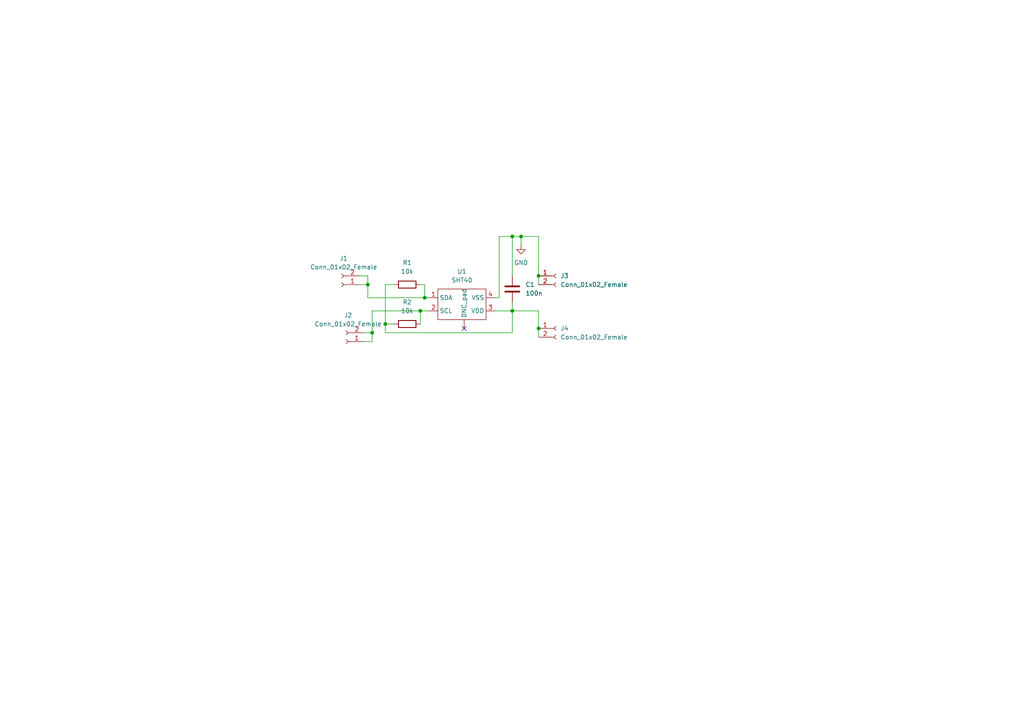
<source format=kicad_sch>
(kicad_sch (version 20211123) (generator eeschema)
  (paper "A4")
  (lib_symbols
    (symbol "Connector:Conn_01x02_Female" (pin_names (offset 1.016) hide)
      (property "Reference" "J" (at 0 2.54 0))
      (property "Value" "Conn_01x02_Female" (at 0 -5.08 0))
      (symbol "Conn_01x02_Female_1_1"
        (arc (start 0 -2.032) (mid -0.508 -2.54) (end 0 -3.048) (stroke (width 0.1524)))
        (polyline (pts (xy -1.27 -2.54) (xy -0.508 -2.54)) (stroke (width 0.1524)))
        (polyline (pts (xy -1.27 0) (xy -0.508 0)) (stroke (width 0.1524)))
        (arc (start 0 0.508) (mid -0.508 0) (end 0 -0.508) (stroke (width 0.1524)))
        (pin passive line (at -5.08 0 0) (length 3.81) (name "Pin_1") (number "1"))
        (pin passive line (at -5.08 -2.54 0) (length 3.81) (name "Pin_2") (number "2"))
      )
    )
    (symbol "Device:C" (pin_numbers hide) (pin_names (offset 0.254))
      (property "Reference" "C" (at 0.635 2.54 0))
      (property "Value" "C" (at 0.635 -2.54 0))
      (symbol "C_0_1"
        (polyline (pts (xy -2.032 -0.762) (xy 2.032 -0.762)) (stroke (width 0.508)))
        (polyline (pts (xy -2.032 0.762) (xy 2.032 0.762)) (stroke (width 0.508)))
      )
      (symbol "C_1_1"
        (pin passive line (at 0 3.81 270) (length 2.794) (name "~") (number "1"))
        (pin passive line (at 0 -3.81 90) (length 2.794) (name "~") (number "2"))
      )
    )
    (symbol "Device:R" (pin_numbers hide) (pin_names (offset 0))
      (property "Reference" "R" (at 2.032 0 90))
      (property "Value" "R" (at 0 0 90))
      (symbol "R_0_1"
        (rectangle (start -1.016 -2.54) (end 1.016 2.54) (stroke (width 0.254)))
      )
      (symbol "R_1_1"
        (pin passive line (at 0 3.81 270) (length 1.27) (name "~") (number "1"))
        (pin passive line (at 0 -3.81 90) (length 1.27) (name "~") (number "2"))
      )
    )
    (symbol "city_node:SHT40"
      (property "Reference" "U?" (at 0.635 10.16 0))
      (property "Value" "SHT40" (at 0.635 7.62 0))
      (symbol "SHT40_0_1"
        (rectangle (start -6.35 5.08) (end 7.62 -3.81))
      )
      (symbol "SHT40_1_1"
        (pin input line (at 1.27 -6.35 90) (length 2.54) (name "DNC_pad") (number ""))
        (pin input line (at -8.89 2.54 0) (length 2.54) (name "SDA") (number "1"))
        (pin input line (at -8.89 -1.27 0) (length 2.54) (name "SCL") (number "2"))
        (pin input line (at 10.16 -1.27 180) (length 2.54) (name "VDD") (number "3"))
        (pin input line (at 10.16 2.54 180) (length 2.54) (name "VSS") (number "4"))
      )
    )
    (symbol "power:GND" (power) (pin_names (offset 0))
      (property "Value" "GND" (at 0 -3.81 0))
      (symbol "GND_0_1"
        (polyline (pts (xy 0 0) (xy 0 -1.27) (xy 1.27 -1.27) (xy 0 -2.54) (xy -1.27 -1.27) (xy 0 -1.27)))
      )
      (symbol "GND_1_1"
        (pin power_in line (at 0 0 270) (length 0) hide (name "GND") (number "1"))
      )
    )
  )
  (junction (at 107.95 96.52))
  (junction (at 148.59 68.58))
  (junction (at 106.68 82.55))
  (junction (at 123.19 86.36))
  (junction (at 111.76 93.98))
  (junction (at 148.59 90.17))
  (junction (at 151.13 68.58))
  (junction (at 156.21 95.25))
  (junction (at 121.92 90.17))
  (junction (at 156.21 80.01))
  (no_connect (at 134.62 95.25))
  (wire (pts (xy 111.76 93.98) (xy 111.76 96.52)))
  (wire (pts (xy 121.92 90.17) (xy 124.46 90.17)))
  (wire (pts (xy 156.21 90.17) (xy 156.21 95.25)))
  (wire (pts (xy 104.14 80.01) (xy 106.68 80.01)))
  (wire (pts (xy 143.51 86.36) (xy 144.78 86.36)))
  (wire (pts (xy 121.92 93.98) (xy 121.92 90.17)))
  (wire (pts (xy 123.19 82.55) (xy 123.19 86.36)))
  (wire (pts (xy 111.76 96.52) (xy 148.59 96.52)))
  (wire (pts (xy 144.78 68.58) (xy 148.59 68.58)))
  (wire (pts (xy 106.68 82.55) (xy 106.68 86.36)))
  (wire (pts (xy 156.21 68.58) (xy 156.21 80.01)))
  (wire (pts (xy 121.92 82.55) (xy 123.19 82.55)))
  (wire (pts (xy 151.13 68.58) (xy 156.21 68.58)))
  (wire (pts (xy 111.76 93.98) (xy 114.3 93.98)))
  (wire (pts (xy 105.41 96.52) (xy 107.95 96.52)))
  (wire (pts (xy 148.59 96.52) (xy 148.59 90.17)))
  (wire (pts (xy 107.95 90.17) (xy 107.95 96.52)))
  (wire (pts (xy 114.3 82.55) (xy 111.76 82.55)))
  (wire (pts (xy 148.59 87.63) (xy 148.59 90.17)))
  (wire (pts (xy 123.19 86.36) (xy 124.46 86.36)))
  (wire (pts (xy 144.78 86.36) (xy 144.78 68.58)))
  (wire (pts (xy 106.68 86.36) (xy 123.19 86.36)))
  (wire (pts (xy 143.51 90.17) (xy 148.59 90.17)))
  (wire (pts (xy 121.92 90.17) (xy 107.95 90.17)))
  (wire (pts (xy 148.59 68.58) (xy 151.13 68.58)))
  (wire (pts (xy 111.76 82.55) (xy 111.76 93.98)))
  (wire (pts (xy 156.21 80.01) (xy 156.21 82.55)))
  (wire (pts (xy 156.21 95.25) (xy 156.21 97.79)))
  (wire (pts (xy 107.95 96.52) (xy 107.95 99.06)))
  (wire (pts (xy 107.95 99.06) (xy 105.41 99.06)))
  (wire (pts (xy 148.59 68.58) (xy 148.59 80.01)))
  (wire (pts (xy 151.13 68.58) (xy 151.13 71.12)))
  (wire (pts (xy 148.59 90.17) (xy 156.21 90.17)))
  (wire (pts (xy 106.68 80.01) (xy 106.68 82.55)))
  (wire (pts (xy 106.68 82.55) (xy 104.14 82.55)))
  (symbol (lib_id "Connector:Conn_01x02_Female") (at 161.29 95.25 0) (unit 1)
    (property "Reference" "J4" (at 162.56 95.2499 0) (effects (justify left)))
    (property "Value" "Conn_01x02_Female" (at 162.56 97.7899 0) (effects (justify left)))
    (property "Footprint" "Connector_PinHeader_2.54mm:PinHeader_1x02_P2.54mm_Vertical" (effects hide))
  )
  (symbol (lib_id "Connector:Conn_01x02_Female") (at 161.29 80.01 0) (unit 1)
    (property "Reference" "J3" (at 162.56 80.0099 0) (effects (justify left)))
    (property "Value" "Conn_01x02_Female" (at 162.56 82.5499 0) (effects (justify left)))
    (property "Footprint" "Connector_PinHeader_2.54mm:PinHeader_1x02_P2.54mm_Vertical" (effects hide))
  )
  (symbol (lib_id "Device:C") (at 148.59 83.82 0) (unit 1)
    (property "Reference" "C1" (at 152.4 82.5499 0) (effects (justify left)))
    (property "Value" "100n" (at 152.4 85.0899 0) (effects (justify left)))
    (property "Footprint" "Capacitor_SMD:C_0805_2012Metric" (effects hide))
  )
  (symbol (lib_id "city_node:SHT40") (at 133.35 88.9 0) (unit 1)
    (property "Reference" "U1" (at 133.985 78.74 0))
    (property "Value" "SHT40" (at 133.985 81.28 0))
    (property "Footprint" "city_node_footprints:SHT40" (effects hide))
  )
  (symbol (lib_id "Device:R") (at 118.11 93.98 90) (unit 1)
    (property "Reference" "R2" (at 118.11 87.63 90))
    (property "Value" "10k" (at 118.11 90.17 90))
    (property "Footprint" "Resistor_SMD:R_0805_2012Metric" (effects hide))
  )
  (symbol (lib_id "Connector:Conn_01x02_Female") (at 100.33 99.06 180) (unit 1)
    (property "Reference" "J2" (at 100.965 91.44 0))
    (property "Value" "Conn_01x02_Female" (at 100.965 93.98 0))
    (property "Footprint" "Connector_PinHeader_2.54mm:PinHeader_1x02_P2.54mm_Vertical" (effects hide))
  )
  (symbol (lib_id "power:GND") (at 151.13 71.12 0) (unit 1)
    (property "Reference" "#PWR0101" (effects hide))
    (property "Value" "GND" (at 151.13 76.2 0))
  )
  (symbol (lib_id "Device:R") (at 118.11 82.55 90) (unit 1)
    (property "Reference" "R1" (at 118.11 76.2 90))
    (property "Value" "10k" (at 118.11 78.74 90))
    (property "Footprint" "Resistor_SMD:R_0805_2012Metric" (effects hide))
  )
  (symbol (lib_id "Connector:Conn_01x02_Female") (at 99.06 82.55 180) (unit 1)
    (property "Reference" "J1" (at 99.695 74.93 0))
    (property "Value" "Conn_01x02_Female" (at 99.695 77.47 0))
    (property "Footprint" "Connector_PinHeader_2.54mm:PinHeader_1x02_P2.54mm_Vertical" (effects hide))
  )
)
</source>
